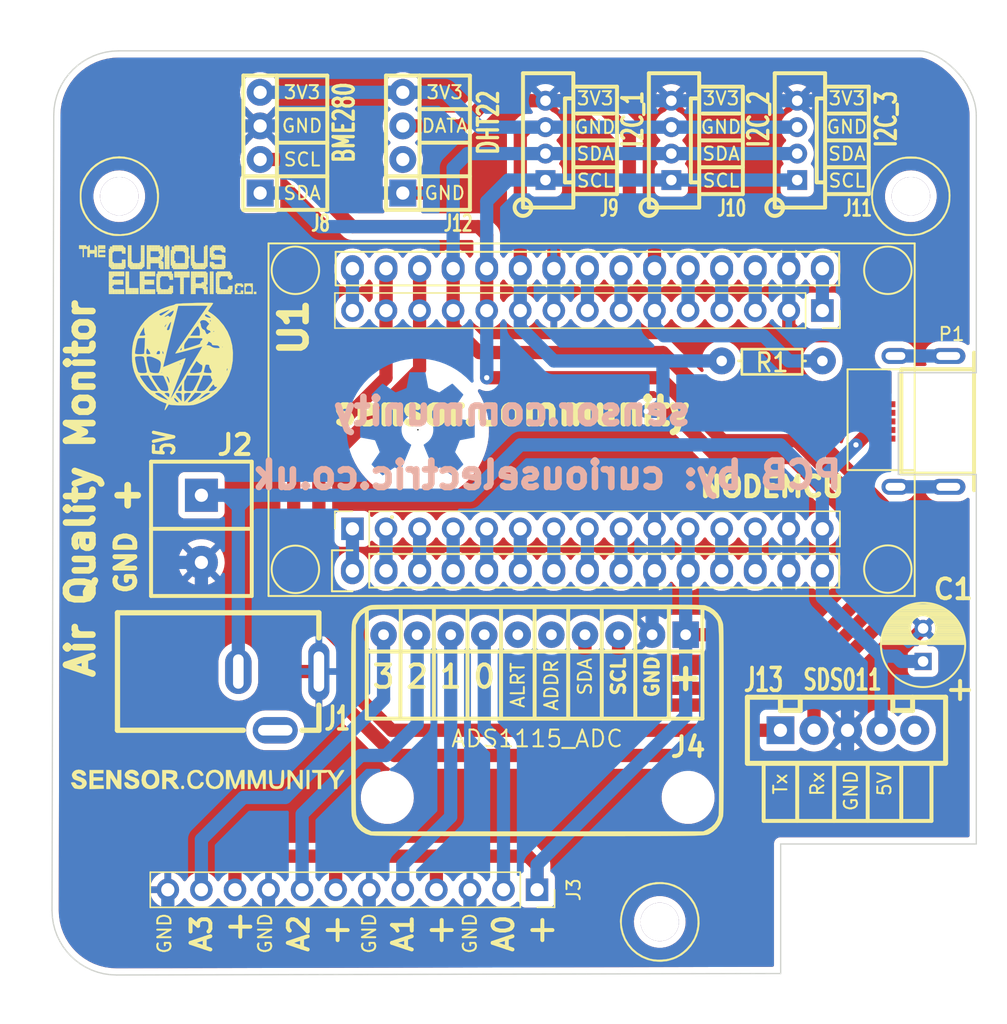
<source format=kicad_pcb>
(kicad_pcb (version 20211014) (generator pcbnew)
  (layers (0 "F.Cu" signal) (31 "B.Cu" signal) (34 "B.Paste" user) (35 "F.Paste" user) (36 "B.SilkS" user "B.Silkscreen") (37 "F.SilkS" user "F.Silkscreen") (38 "B.Mask" user) (39 "F.Mask" user) (44 "Edge.Cuts" user))
  (net 0 "")
  (net 1 "GND")
  (net 2 "+5V")
  (net 3 "/A3")
  (net 4 "/A2")
  (net 5 "/A1")
  (net 6 "/A0")
  (net 7 "/PWR_3V3")
  (net 8 "/BME280_SCL")
  (net 9 "/BME280_SDA")
  (net 10 "/ADDR")
  (net 11 "/ALRT")
  (net 12 "/DHT22")
  (net 19 "/SDS011_RxD")
  (net 20 "/SDS011_TxD")
  (net 21 "Net-(J14-Pad1)")
  (net 22 "unconnected-(P1-Pad6)")
  (net 23 "Net-(J14-Pad2)")
  (net 24 "Net-(J14-Pad3)")
  (net 25 "Net-(J14-Pad4)")
  (net 26 "Net-(J14-Pad5)")
  (net 27 "Net-(J14-Pad6)")
  (net 28 "Net-(J14-Pad7)")
  (net 29 "Net-(J14-Pad8)")
  (net 30 "Net-(J14-Pad9)")
  (net 31 "Net-(J14-Pad12)")
  (net 32 "Net-(J14-Pad13)")
  (net 33 "Net-(J15-Pad15)")
  (net 34 "Net-(J15-Pad8)")
  (net 35 "Net-(J15-Pad7)")
  (net 36 "Net-(J15-Pad5)")
  (net 37 "Net-(J15-Pad4)")
  (net 38 "Net-(J15-Pad3)")
  (net 39 "Net-(J15-Pad1)")
  (footprint "REInnovationFootprint:DC_Power_2_1" (layer "F.Cu") (at 125.73 106.68 -90)
    (fp_text reference "J1")
    (fp_text value "5V" hide)
  )
  (footprint "REInnovationFootprint:SIL-2_screw_terminal" (layer "F.Cu") (at 116.84 93.345 -90)
    (fp_text reference "J2")
    (fp_text value "5V")
  )
  (footprint "REInnovationFootprint:OSHW_logo_small_back" (layer "F.Cu") (at 133.223 88.011)
    (fp_text reference "J6" hide)
    (fp_text value "LOGO_OSW" hide)
  )
  (footprint "REInnovationFootprint:USB_Micro-B_MOLEX_47642-0001" (layer "F.Cu") (at 175.305 92.71 90)
    (fp_text reference "P1")
    (fp_text value "PWR" hide)
  )
  (footprint "REInnovationFootprint:TH_Resistor_1" (layer "F.Cu") (at 160.02 83.185 180)
    (fp_text reference "R1")
    (fp_text value "4k7" hide)
  )
  (footprint "REInnovationFootprint:NodeMCU_Amica_R2_FSILK" (layer "F.Cu") (at 128.27 99.06 90)
    (fp_text reference "U1")
    (fp_text value "NODEMCU")
  )
  (footprint "REInnovationFootprint:ADAFRUIT_ADS1115" (layer "F.Cu") (at 146.500006 101.354999 180)
    (fp_text reference "J4")
    (fp_text value "ADS1115_ADC")
  )
  (footprint "Connector_PinSocket_2.54mm:PinSocket_1x15_P2.54mm_Vertical" (layer "F.Cu") (at 128.27 95.885 90)
    (fp_text reference "J14" hide)
    (fp_text value "ESP_BO1")
  )
  (footprint "Connector_PinSocket_2.54mm:PinSocket_1x15_P2.54mm_Vertical" (layer "F.Cu") (at 163.83 79.375 -90)
    (fp_text reference "J15" hide)
    (fp_text value "ESP_BO2")
  )
  (footprint "REInnovationFootprint:SIL-4_large_pad_BME280" (layer "F.Cu") (at 121.285 66.675 90)
    (fp_text reference "J8")
    (fp_text value "BME280")
  )
  (footprint "REInnovationFootprint:SIL-4_Grove_Labelled" (layer "F.Cu") (at 144.986 66.5 90)
    (fp_text reference "J9")
    (fp_text value "I2C_1")
  )
  (footprint "REInnovationFootprint:SIL-4_Grove_Labelled" (layer "F.Cu") (at 154.511 66.5 90)
    (fp_text reference "J10")
    (fp_text value "I2C_2")
  )
  (footprint "REInnovationFootprint:SIL-4_Grove_Labelled" (layer "F.Cu") (at 164.036 66.5 90)
    (fp_text reference "J11")
    (fp_text value "I2C_3")
  )
  (footprint "REInnovationFootprint:SIL-4_large_pad_DHT22" (layer "F.Cu") (at 132.08 66.675 90)
    (fp_text reference "J12")
    (fp_text value "DHT22")
  )
  (footprint "REInnovationFootprint:SIL-5_JST_5WAY_labelled" (layer "F.Cu") (at 160.655 111.125)
    (fp_text reference "J13")
    (fp_text value "SDS011")
  )
  (footprint "CuriousElectric3:TCEC_Words_13mm" (layer "F.Cu") (at 107.315 74.168)
    (fp_text reference "J7" hide)
    (fp_text value "LOGO_TCEC" hide)
  )
  (footprint "CuriousElectric3:sensorcommunity" (layer "F.Cu") (at 116.967 115.189)
    (fp_text reference "J16" hide)
    (fp_text value "LOGO_LUFTDATEN" hide)
  )
  (footprint "REInnovationFootprint:C_Radial_D6.3_L11.2_P2.5" (layer "F.Cu") (at 171.45 105.918 90)
    (fp_text reference "C1")
    (fp_text value "100uf")
  )
  (footprint "REInnovationFootprint:PCB_LuftDaten_70x70" (layer "F.Cu") (at 136.525 93.98)
    (fp_text reference "J5" hide)
    (fp_text value "PCB" hide)
    (fp_line (start -30.755697 -30.379493) (end -30.831144 -29.902003) (layer "Edge.Cuts") (width 0.1))
    (fp_line (start 38.917065 -29.853943) (end 38.876758 -30.099406) (layer "Edge.Cuts") (width 0.1))
    (fp_line (start 38.949608 -9.903222) (end 38.949608 -29.353199) (layer "Edge.Cuts") (width 0.1))
    (fp_line (start -30.7681 32.230639) (end -30.603252 32.68074) (layer "Edge.Cuts") (width 0.1))
    (fp_line (start -27.545041 35.444395) (end -27.075819 35.563251) (layer "Edge.Cuts") (width 0.1))
    (fp_line (start 33.04971 -9.903222) (end 38.949608 -9.903222) (layer "Edge.Cuts") (width 0.1))
    (fp_line (start 37.655645 -32.469804) (end 37.329565 -32.818103) (layer "Edge.Cuts") (width 0.1))
    (fp_line (start 33.04971 -2.202918) (end 33.04971 -9.903222) (layer "Edge.Cuts") (width 0.1))
    (fp_line (start 37.960019 -32.092566) (end 37.655645 -32.469804) (layer "Edge.Cuts") (width 0.1))
    (fp_line (start 35.265608 -34.153422) (end 34.964851 -34.227836) (layer "Edge.Cuts") (width 0.1))
    (fp_line (start -30.8575 -29.411077) (end -30.988241 30.773364) (layer "Edge.Cuts") (width 0.1))
    (fp_line (start -27.995659 35.281615) (end -27.545041 35.444395) (layer "Edge.Cuts") (width 0.1))
    (fp_line (start 36.280534 -33.661463) (end 35.930167 -33.868168) (layer "Edge.Cuts") (width 0.1))
    (fp_line (start -27.857683 -33.868686) (end -28.28608 -33.66353) (layer "Edge.Cuts") (width 0.1))
    (fp_line (start -30.831144 -29.902003) (end -30.8575 -29.411077) (layer "Edge.Cuts") (width 0.1))
    (fp_line (start 38.941353 -29.60538) (end 38.917065 -29.853943) (layer "Edge.Cuts") (width 0.1))
    (fp_line (start 38.949608 -2.202918) (end 33.04971 -2.202918) (layer "Edge.Cuts") (width 0.1))
    (fp_line (start -26.088282 35.657308) (end 24.149478 35.54672) (layer "Edge.Cuts") (width 0.1))
    (fp_line (start -29.869447 33.888936) (end -29.553187 34.236202) (layer "Edge.Cuts") (width 0.1))
    (fp_line (start 34.964851 -34.227836) (end 34.694068 -34.253157) (layer "Edge.Cuts") (width 0.1))
    (fp_line (start -27.407064 -34.033017) (end -27.857683 -33.868686) (layer "Edge.Cuts") (width 0.1))
    (fp_line (start -30.633741 -30.841481) (end -30.755697 -30.379493) (layer "Edge.Cuts") (width 0.1))
    (fp_line (start -28.82765 34.832546) (end -28.424057 35.076976) (layer "Edge.Cuts") (width 0.1))
    (fp_line (start 35.589104 -34.033016) (end 35.265608 -34.153422) (layer "Edge.Cuts") (width 0.1))
    (fp_line (start 38.876758 -30.099406) (end 38.822497 -30.340735) (layer "Edge.Cuts") (width 0.1))
    (fp_line (start -30.015174 -32.107036) (end -30.261153 -31.707577) (layer "Edge.Cuts") (width 0.1))
    (fp_line (start -25.950306 -34.253158) (end -26.45105 -34.227837) (layer "Edge.Cuts") (width 0.1))
    (fp_line (start 36.98695 -33.134363) (end 36.635033 -33.415999) (layer "Edge.Cuts") (width 0.1))
    (fp_line (start 34.694068 -34.253157) (end -25.950306 -34.253158) (layer "Edge.Cuts") (width 0.1))
    (fp_line (start -30.96292 31.274625) (end -30.888506 31.7609) (layer "Edge.Cuts") (width 0.1))
    (fp_line (start 36.635033 -33.415999) (end 36.280534 -33.661463) (layer "Edge.Cuts") (width 0.1))
    (fp_line (start 35.930167 -33.868168) (end 35.589104 -34.033016) (layer "Edge.Cuts") (width 0.1))
    (fp_line (start -30.397063 33.108622) (end -30.1516 33.512214) (layer "Edge.Cuts") (width 0.1))
    (fp_line (start -26.937842 -34.153423) (end -27.407064 -34.033017) (layer "Edge.Cuts") (width 0.1))
    (fp_line (start -30.988241 30.773364) (end -30.96292 31.274625) (layer "Edge.Cuts") (width 0.1))
    (fp_line (start 37.329565 -32.818103) (end 36.98695 -33.134363) (layer "Edge.Cuts") (width 0.1))
    (fp_line (start -28.69019 -33.419101) (end -29.067428 -33.139015) (layer "Edge.Cuts") (width 0.1))
    (fp_line (start -27.075819 35.563251) (end -26.589027 35.635083) (layer "Edge.Cuts") (width 0.1))
    (fp_line (start -29.067428 -33.139015) (end -29.415727 -32.825339) (layer "Edge.Cuts") (width 0.1))
    (fp_line (start -30.261153 -31.707577) (end -30.468376 -31.284864) (layer "Edge.Cuts") (width 0.1))
    (fp_line (start -25.950306 -34.253158) (end -25.950306 -34.253158) (layer "Edge.Cuts") (width 0.1))
    (fp_line (start -30.888506 31.7609) (end -30.7681 32.230639) (layer "Edge.Cuts") (width 0.1))
    (fp_line (start -29.553187 34.236202) (end -29.204888 34.551945) (layer "Edge.Cuts") (width 0.1))
    (fp_line (start 38.822497 -30.340735) (end 38.673153 -30.809957) (layer "Edge.Cuts") (width 0.1))
    (fp_line (start 38.235453 -31.688457) (end 37.960019 -32.092566) (layer "Edge.Cuts") (width 0.1))
    (fp_line (start 24.149478 35.54672) (end 24.149478 25.746802) (layer "Edge.Cuts") (width 0.1))
    (fp_line (start -26.45105 -34.227837) (end -26.937842 -34.153423) (layer "Edge.Cuts") (width 0.1))
    (fp_line (start 38.949608 -29.353199) (end 38.941353 -29.60538) (layer "Edge.Cuts") (width 0.1))
    (fp_line (start -29.732504 -32.48014) (end -30.015174 -32.107036) (layer "Edge.Cuts") (width 0.1))
    (fp_line (start -30.468376 -31.284864) (end -30.633741 -30.841481) (layer "Edge.Cuts") (width 0.1))
    (fp_line (start 24.149478 25.746802) (end 38.949608 25.746802) (layer "Edge.Cuts") (width 0.1))
    (fp_line (start 38.673153 -30.809957) (end 38.475232 -31.260576) (layer "Edge.Cuts") (width 0.1))
    (fp_line (start 38.475232 -31.260576) (end 38.235453 -31.688457) (layer "Edge.Cuts") (width 0.1))
    (fp_line (start -29.204888 34.551945) (end -28.82765 34.832546) (layer "Edge.Cuts") (width 0.1))
    (fp_line (start -30.1516 33.512214) (end -29.869447 33.888936) (layer "Edge.Cuts") (width 0.1))
    (fp_line (start -28.424057 35.076976) (end -27.995659 35.281615) (layer "Edge.Cuts") (width 0.1))
    (fp_line (start -29.415727 -32.825339) (end -29.732504 -32.48014) (layer "Edge.Cuts") (width 0.1))
    (fp_line (start -28.28608 -33.66353) (end -28.69019 -33.419101) (layer "Edge.Cuts") (width 0.1))
    (fp_line (start 38.949608 25.746802) (end 38.949608 -2.202918) (layer "Edge.Cuts") (width 0.1))
    (fp_line (start -26.589027 35.635083) (end -26.088282 35.657308) (layer "Edge.Cuts") (width 0.1))
    (fp_line (start -30.603252 32.68074) (end -30.397063 33.108622) (layer "Edge.Cuts") (width 0.1))
  )
  (footprint "REInnovationFootprint:PinSocket_1x12_P2.54mm_Vertical_Labelled" (layer "F.Cu") (at 142.24 123.19 -90)
    (fp_text reference "J3")
    (fp_text value "ADC_IN")
  )
  (footprint "CuriousElectric3:2019_011_16_CuriousElectricCompany_Logo_Round_Logo_No_words_KiCAD_10mm_PCBLogo" (layer "B.Cu") (at 116.078 86.868 180)
    (fp_text reference "J18" hide)
    (fp_text value "LOGO_TCEC" hide)
  )
  (gr_text "sensor.community" (at 140.335 86.995) (layer "B.SilkS") (effects (font (size 2 2) (thickness 0.5)) (justify mirror)))
  (gr_text "PCB by: curiouselectric.co.uk" (at 143.002 91.821) (layer "B.SilkS") (effects (font (size 2 2) (thickness 0.5)) (justify mirror)))
  (gr_text "Air Quality Monitor" (at 107.696 92.837 90) (layer "F.SilkS") (effects (font (size 2 2) (thickness 0.5))))
  (gr_text "sensor.community" (at 140.335 86.995) (layer "F.SilkS") (effects (font (size 2 2) (thickness 0.5))))
  (segment (start 161.992919 81.28) (end 165.227 81.28) (width 1) (layer "F.Cu") (net 1))
  (segment (start 165.735 109.133) (end 165.735 111.125) (width 1) (layer "F.Cu") (net 1))
  (segment (start 116.84 102.235) (end 118.05755 103.45255) (width 1) (layer "F.Cu") (net 1))
  (segment (start 144.145 63.5) (end 142.875 63.5) (width 1) (layer "F.Cu") (net 1))
  (segment (start 134.096 70.485) (end 141.081 63.5) (width 1) (layer "F.Cu") (net 1))
  (segment (start 167.005 83.058) (end 167.005 86.36) (width 1) (layer "F.Cu") (net 1))
  (segment (start 118.05755 103.45255) (end 120.70245 103.45255) (width 1) (layer "F.Cu") (net 1))
  (segment (start 144.78 72.914) (end 144.78 64.135) (width 1) (layer "F.Cu") (net 1))
  (segment (start 123.9299 106.68) (end 120.70245 103.45255) (width 1) (layer "F.Cu") (net 1))
  (segment (start 167.105 86.46) (end 167.005 86.36) (width 0.25) (layer "F.Cu") (net 1))
  (segment (start 132.08 70.485) (end 134.096 70.485) (width 1) (layer "F.Cu") (net 1))
  (segment (start 168.805 86.46) (end 167.105 86.46) (width 0.25) (layer "F.Cu") (net 1))
  (segment (start 161.29 79.375) (end 161.29 80.577081) (width 1) (layer "F.Cu") (net 1))
  (segment (start 144.78 64.135) (end 144.145 63.5) (width 1) (layer "F.Cu") (net 1))
  (segment (start 161.29 80.577081) (end 161.992919 81.28) (width 1) (layer "F.Cu") (net 1))
  (segment (start 171.45 103.418) (end 165.735 109.133) (width 1) (layer "F.Cu") (net 1))
  (segment (start 116.84 98.425) (end 116.84 102.235) (width 1) (layer "F.Cu") (net 1))
  (segment (start 143.51 76.2) (end 143.51 74.184) (width 1) (layer "F.Cu") (net 1))
  (segment (start 125.73 106.68) (end 123.9299 106.68) (width 1) (layer "F.Cu") (net 1))
  (segment (start 165.227 81.28) (end 167.005 83.058) (width 1) (layer "F.Cu") (net 1))
  (segment (start 141.081 63.5) (end 141.81434 63.5) (width 1) (layer "F.Cu") (net 1))
  (segment (start 141.81434 63.5) (end 142.875 63.5) (width 1) (layer "F.Cu") (net 1))
  (segment (start 143.51 74.184) (end 144.78 72.914) (width 1) (layer "F.Cu") (net 1))
  (segment (start 161.29 99.06) (end 161.29 101.076) (width 1) (layer "B.Cu") (net 1))
  (segment (start 155.067 121.92) (end 161.798 115.189) (width 1) (layer "B.Cu") (net 1))
  (segment (start 127 65.405) (end 128.905 67.31) (width 1) (layer "B.Cu") (net 1))
  (segment (start 165.735 113.792) (end 165.735 111.125) (width 1) (layer "B.Cu") (net 1))
  (segment (start 161.29 74.184) (end 162.449 73.025) (width 1) (layer "B.Cu") (net 1))
  (segment (start 109.855 119.38) (end 109.855 122.555) (width 1) (layer "B.Cu") (net 1))
  (segment (start 128.905 69.326) (end 130.064 70.485) (width 1) (layer "B.Cu") (net 1))
  (segment (start 113.03 97.155) (end 114.3 98.425) (width 1) (layer "B.Cu") (net 1))
  (segment (start 137.16 126.365) (end 137.16 123.19) (width 1) (layer "B.Cu") (net 1))
  (segment (start 150.945006 99.244994) (end 151.13 99.06) (width 1) (layer "B.Cu") (net 1))
  (segment (start 165.735 71.755) (end 165.735 64.135) (width 1) (layer "B.Cu") (net 1))
  (segment (start 142.875 63.5) (end 152.4 63.5) (width 1) (layer "B.Cu") (net 1))
  (segment (start 153.035 91.44) (end 159.385 91.44) (width 1) (layer "B.Cu") (net 1))
  (segment (start 121.285 65.405) (end 119.84816 65.405) (width 1) (layer "B.Cu") (net 1))
  (segment (start 161.29 79.375) (end 161.29 76.2) (width 1) (layer "B.Cu") (net 1))
  (segment (start 165.735 64.135) (end 165.1 63.5) (width 1) (layer "B.Cu") (net 1))
  (segment (start 164.338 115.189) (end 165.735 113.792) (width 1) (layer "B.Cu") (net 1))
  (segment (start 165.735 109.56962) (end 165.735 111.125) (width 1) (layer "B.Cu") (net 1))
  (segment (start 109.855 122.555) (end 109.855 125.095) (width 1) (layer "B.Cu") (net 1))
  (segment (start 161.29 95.885) (end 161.29 99.06) (width 1) (layer "B.Cu") (net 1))
  (segment (start 151.13 95.885) (end 151.13 93.345) (width 1) (layer "B.Cu") (net 1))
  (segment (start 151.13 99.06) (end 151.13 95.885) (width 1) (layer "B.Cu") (net 1))
  (segment (start 121.285 65.405) (end 127 65.405) (width 1) (layer "B.Cu") (net 1))
  (segment (start 140.208 126.365) (end 146.05 126.365) (width 1) (layer "B.Cu") (net 1))
  (segment (start 139.065 126.365) (end 140.208 126.365) (width 1) (layer "B.Cu") (net 1))
  (segment (start 161.29 101.076) (end 165.735 105.521) (width 1) (layer "B.Cu") (net 1))
  (segment (start 121.92 126.365) (end 129.54 126.365) (width 1) (layer "B.Cu") (net 1))
  (segment (start 130.175 126.365) (end 137.16 126.365) (width 1) (layer "B.Cu") (net 1))
  (segment (start 128.905 67.31) (end 128.905 69.326) (width 1) (layer "B.Cu") (net 1))
  (segment (start 150.495 121.92) (end 155.067 121.92) (width 1) (layer "B.Cu") (net 1))
  (segment (start 161.798 115.189) (end 164.338 115.189) (width 1) (layer "B.Cu") (net 1))
  (segment (start 146.05 126.365) (end 150.495 121.92) (width 1) (layer "B.Cu") (net 1))
  (segment (start 165.735 105.521) (end 165.735 109.56962) (width 1) (layer "B.Cu") (net 1))
  (segment (start 114.3 126.365) (end 114.3 123.19) (width 1) (layer "B.Cu") (net 1))
  (segment (start 161.29 76.2) (end 161.29 74.184) (width 1) (layer "B.Cu") (net 1))
  (segment (start 137.16 126.365) (end 139.065 126.365) (width 1) (layer "B.Cu") (net 1))
  (segment (start 129.54 126.365) (end 130.175 126.365) (width 1) (layer "B.Cu") (net 1))
  (segment (start 111.125 126.365) (end 114.3 126.365) (width 1) (layer "B.Cu") (net 1))
  (segment (start 113.03 72.22316) (end 113.03 97.155) (width 1) (layer "B.Cu") (net 1))
  (segment (start 120.015 126.365) (end 121.92 126.365) (width 1) (layer "B.Cu") (net 1))
  (segment (start 150.945006 103.894999) (end 150.945006 99.244994) (width 1) (layer "B.Cu") (net 1))
  (segment (start 114.3 126.365) (end 120.015 126.365) (width 1) (layer "B.Cu") (net 1))
  (segment (start 164.465 73.025) (end 165.735 71.755) (width 1) (layer "B.Cu") (net 1))
  (segment (start 152.4 63.5) (end 161.925 63.5) (width 1) (layer "B.Cu") (net 1))
  (segment (start 151.13 93.345) (end 153.035 91.44) (width 1) (layer "B.Cu") (net 1))
  (segment (start 116.84 112.395) (end 109.855 119.38) (width 1) (layer "B.Cu") (net 1))
  (segment (start 129.54 126.365) (end 129.54 123.19) (width 1) (layer "B.Cu") (net 1))
  (segment (start 130.064 70.485) (end 132.08 70.485) (width 1) (layer "B.Cu") (net 1))
  (segment (start 161.29 93.345) (end 161.29 95.885) (width 1) (layer "B.Cu") (net 1))
  (segment (start 165.1 63.5) (end 161.925 63.5) (width 1) (layer "B.Cu") (net 1))
  (segment (start 121.92 126.365) (end 121.92 123.19) (width 1) (layer "B.Cu") (net 1))
  (segment (start 143.51 79.375) (end 143.51 76.2) (width 1) (layer "B.Cu") (net 1))
  (segment (start 109.855 125.095) (end 111.125 126.365) (width 1) (layer "B.Cu") (net 1))
  (segment (start 119.84816 65.405) (end 113.03 72.22316) (width 1) (layer "B.Cu") (net 1))
  (segment (start 162.449 73.025) (end 164.465 73.025) (width 1) (layer "B.Cu") (net 1))
  (segment (start 159.385 91.44) (end 161.29 93.345) (width 1) (layer "B.Cu") (net 1))
  (segment (start 116.84 98.425) (end 116.84 112.395) (width 1) (layer "B.Cu") (net 1))
  (segment (start 114.3 98.425) (end 116.84 98.425) (width 1) (layer "B.Cu") (net 1))
  (segment (start 167.005 88.9) (end 167.165 89.06) (width 0.25) (layer "F.Cu") (net 2))
  (segment (start 167.165 89.06) (end 168.805 89.06) (width 0.25) (layer "F.Cu") (net 2))
  (segment (start 166.37 89.535) (end 167.005 88.9) (width 1) (layer "F.Cu") (net 2))
  (via (at 166.37 89.535) (size 0.8) (drill 0.4) (layers "F.Cu" "B.Cu") (net 2))
  (segment (start 140.97 89.535) (end 160.655 89.535) (width 1) (layer "B.Cu") (net 2))
  (segment (start 119.634 94.234) (end 118.745 93.345) (width 1) (layer "B.Cu") (net 2))
  (segment (start 168.275 105.521) (end 168.275 106.934) (width 1) (layer "B.Cu") (net 2))
  (segment (start 121.285 93.345) (end 120.523 93.345) (width 1) (layer "B.Cu") (net 2))
  (segment (start 121.285 93.345) (end 137.16 93.345) (width 1) (layer "B.Cu") (net 2))
  (segment (start 119.634 106.68) (end 119.634 94.234) (width 1) (layer "B.Cu") (net 2))
  (segment (start 118.745 93.345) (end 121.285 93.345) (width 1) (layer "B.Cu") (net 2))
  (segment (start 169.403 105.521) (end 168.275 105.521) (width 1) (layer "B.Cu") (net 2))
  (segment (start 163.83 92.71) (end 163.83 95.885) (width 1) (layer "B.Cu") (net 2))
  (segment (start 116.84 93.345) (end 118.745 93.345) (width 1) (layer "B.Cu") (net 2))
  (segment (start 163.83 95.885) (end 163.83 99.06) (width 1) (layer "B.Cu") (net 2))
  (segment (start 163.83 92.075) (end 166.37 89.535) (width 1) (layer "B.Cu") (net 2))
  (segment (start 160.655 89.535) (end 163.83 92.71) (width 1) (layer "B.Cu") (net 2))
  (segment (start 168.275 109.56962) (end 168.275 111.125) (width 1) (layer "B.Cu") (net 2))
  (segment (start 168.275 106.934) (end 168.275 109.56962) (width 1) (layer "B.Cu") (net 2))
  (segment (start 163.83 101.076) (end 168.275 105.521) (width 1) (layer "B.Cu") (net 2))
  (segment (start 120.523 93.345) (end 119.634 94.234) (width 1) (layer "B.Cu") (net 2))
  (segment (start 169.8 105.918) (end 169.403 105.521) (width 1) (layer "B.Cu") (net 2))
  (segment (start 163.83 95.885) (end 163.83 92.075) (width 1) (layer "B.Cu") (net 2))
  (segment (start 137.16 93.345) (end 140.97 89.535) (width 1) (layer "B.Cu") (net 2))
  (segment (start 163.83 99.06) (end 163.83 101.076) (width 1) (layer "B.Cu") (net 2))
  (segment (start 171.45 105.918) (end 169.8 105.918) (width 1) (layer "B.Cu") (net 2))
  (segment (start 116.84 119.38) (end 120.015 116.205) (width 1) (layer "B.Cu") (net 3))
  (segment (start 123.19 116.205) (end 130.625006 108.769994) (width 1) (layer "B.Cu") (net 3))
  (segment (start 130.625006 108.769994) (end 130.625006 103.894999) (width 1) (layer "B.Cu") (net 3))
  (segment (start 116.84 123.19) (end 116.84 119.38) (width 1) (layer "B.Cu") (net 3))
  (segment (start 120.015 116.205) (end 123.19 116.205) (width 1) (layer "B.Cu") (net 3))
  (segment (start 133.165006 103.894999) (end 133.165006 110.674994) (width 1) (layer "B.Cu") (net 4))
  (segment (start 124.46 117.475) (end 128.905 113.03) (width 1) (layer "B.Cu") (net 4))
  (segment (start 133.165006 110.674994) (end 130.81 113.03) (width 1) (layer "B.Cu") (net 4))
  (segment (start 130.81 113.03) (end 128.905 113.03) (width 1) (layer "B.Cu") (net 4))
  (segment (start 124.46 123.19) (end 124.46 117.475) (width 1) (layer "B.Cu") (net 4))
  (segment (start 135.705006 117.659994) (end 135.705006 103.894999) (width 1) (layer "B.Cu") (net 5))
  (segment (start 132.08 121.285) (end 135.705006 117.659994) (width 1) (layer "B.Cu") (net 5))
  (segment (start 132.08 123.19) (end 132.08 121.285) (width 1) (layer "B.Cu") (net 5))
  (segment (start 138.245006 110.940006) (end 139.7 112.395) (width 1) (layer "B.Cu") (net 6))
  (segment (start 138.245006 103.894999) (end 138.245006 110.940006) (width 1) (layer "B.Cu") (net 6))
  (segment (start 139.7 112.395) (end 139.7 123.19) (width 1) (layer "B.Cu") (net 6))
  (segment (start 141.51 65.5) (end 142.875 65.5) (width 1) (layer "F.Cu") (net 7))
  (segment (start 153.485006 103.894999) (end 163.948001 103.894999) (width 1) (layer "F.Cu") (net 7))
  (segment (start 161.449871 90.4875) (end 155.8925 90.4875) (width 1) (layer "F.Cu") (net 7))
  (segment (start 140.97 66.04) (end 141.51 65.5) (width 1) (layer "F.Cu") (net 7))
  (segment (start 155.8925 90.4875) (end 152.4 86.995) (width 1) (layer "F.Cu") (net 7))
  (segment (start 127 120.65) (end 120.015 120.65) (width 1) (layer "F.Cu") (net 7))
  (segment (start 134.62 123.19) (end 134.62 121.987919) (width 1) (layer "F.Cu") (net 7))
  (segment (start 152.4 86.995) (end 150.495 86.995) (width 1) (layer "F.Cu") (net 7))
  (segment (start 120.015 120.65) (end 119.38 121.285) (width 1) (layer "F.Cu") (net 7))
  (segment (start 134.62 121.987919) (end 134.62 120.65) (width 1) (layer "F.Cu") (net 7))
  (segment (start 127 123.19) (end 127 120.65) (width 1) (layer "F.Cu") (net 7))
  (segment (start 134.62 120.65) (end 127 120.65) (width 1) (layer "F.Cu") (net 7))
  (segment (start 119.38 121.285) (end 119.38 123.19) (width 1) (layer "F.Cu") (net 7))
  (segment (start 166.672185 101.170815) (end 166.672185 95.709815) (width 1) (layer "F.Cu") (net 7))
  (segment (start 140.97 76.2) (end 140.97 66.04) (width 1) (layer "F.Cu") (net 7))
  (segment (start 166.672185 95.709815) (end 161.449871 90.4875) (width 1) (layer "F.Cu") (net 7))
  (segment (start 142.24 123.19) (end 142.24 121.34) (width 1) (layer "F.Cu") (net 7))
  (segment (start 142.24 121.34) (end 141.55 120.65) (width 1) (layer "F.Cu") (net 7))
  (segment (start 163.948001 103.894999) (end 166.672185 101.170815) (width 1) (layer "F.Cu") (net 7))
  (segment (start 141.55 120.65) (end 134.62 120.65) (width 1) (layer "F.Cu") (net 7))
  (via (at 150.495 86.995) (size 0.8) (drill 0.4) (layers "F.Cu" "B.Cu") (net 7))
  (segment (start 132.08 62.865) (end 135.255 62.865) (width 1) (layer "B.Cu") (net 7))
  (segment (start 156.21 83.185) (end 151.765 83.185) (width 1) (layer "B.Cu") (net 7))
  (segment (start 152.4 65.5) (end 161.925 65.5) (width 1) (layer "B.Cu") (net 7))
  (segment (start 151.765 83.185) (end 151.765 86.36) (width 1) (layer "B.Cu") (net 7))
  (segment (start 137.89 65.5) (end 142.875 65.5) (width 1) (layer "B.Cu") (net 7))
  (segment (start 143.51 83.185) (end 140.97 80.645) (width 1) (layer "B.Cu") (net 7))
  (segment (start 153.485006 110.039994) (end 153.485006 103.894999) (width 1) (layer "B.Cu") (net 7))
  (segment (start 121.285 62.865) (end 132.08 62.865) (width 1) (layer "B.Cu") (net 7))
  (segment (start 140.97 80.645) (end 140.97 79.375) (width 1) (layer "B.Cu") (net 7))
  (segment (start 135.255 62.865) (end 137.89 65.5) (width 1) (layer "B.Cu") (net 7))
  (segment (start 151.13 86.995) (end 150.495 86.995) (width 1) (layer "B.Cu") (net 7))
  (segment (start 140.97 79.375) (end 140.97 76.2) (width 1) (layer "B.Cu") (net 7))
  (segment (start 153.67 99.06) (end 153.67 95.885) (width 1) (layer "B.Cu") (net 7))
  (segment (start 151.765 86.36) (end 151.13 86.995) (width 1) (layer "B.Cu") (net 7))
  (segment (start 153.485006 99.244994) (end 153.67 99.06) (width 1) (layer "B.Cu") (net 7))
  (segment (start 153.485006 103.894999) (end 153.485006 99.244994) (width 1) (layer "B.Cu") (net 7))
  (segment (start 151.765 83.185) (end 143.51 83.185) (width 1) (layer "B.Cu") (net 7))
  (segment (start 142.24 123.19) (end 142.24 121.285) (width 1) (layer "B.Cu") (net 7))
  (segment (start 142.875 65.5) (end 152.4 65.5) (width 1) (layer "B.Cu") (net 7))
  (segment (start 142.24 121.285) (end 153.485006 110.039994) (width 1) (layer "B.Cu") (net 7))
  (segment (start 138.43 76.2) (end 138.43 79.375) (width 1) (layer "F.Cu") (net 8))
  (segment (start 123.19 67.945) (end 128.27 73.025) (width 1) (layer "F.Cu") (net 8))
  (segment (start 148.405006 103.894999) (end 148.405006 105.308491) (width 1) (layer "F.Cu") (net 8))
  (segment (start 168.155721 95.496279) (end 161.876939 89.2175) (width 1) (layer "F.Cu") (net 8))
  (segment (start 161.876939 89.2175) (end 156.31957 89.2175) (width 1) (layer "F.Cu") (net 8))
  (segment (start 156.31957 89.2175) (end 151.55707 84.455) (width 1) (layer "F.Cu") (net 8))
  (segment (start 151.046515 107.95) (end 155.78293 107.95) (width 1) (layer "F.Cu") (net 8))
  (segment (start 158.32293 105.41) (end 164.13007 105.41) (width 1) (layer "F.Cu") (net 8))
  (segment (start 164.13007 105.41) (end 168.155721 101.384349) (width 1) (layer "F.Cu") (net 8))
  (segment (start 155.78293 107.95) (end 158.32293 105.41) (width 1) (layer "F.Cu") (net 8))
  (segment (start 168.155721 101.384349) (end 168.155721 95.496279) (width 1) (layer "F.Cu") (net 8))
  (segment (start 151.55707 84.455) (end 138.43 84.455) (width 1) (layer "F.Cu") (net 8))
  (segment (start 128.27 73.025) (end 137.795 73.025) (width 1) (layer "F.Cu") (net 8))
  (segment (start 138.43 73.66) (end 138.43 76.2) (width 1) (layer "F.Cu") (net 8))
  (segment (start 137.795 73.025) (end 138.43 73.66) (width 1) (layer "F.Cu") (net 8))
  (segment (start 148.405006 105.308491) (end 151.046515 107.95) (width 1) (layer "F.Cu") (net 8))
  (segment (start 121.285 67.945) (end 123.19 67.945) (width 1) (layer "F.Cu") (net 8))
  (via (at 138.43 84.455) (size 0.8) (drill 0.4) (layers "F.Cu" "B.Cu") (net 8))
  (segment (start 138.43 76.2) (end 138.43 71.12) (width 1) (layer "B.Cu") (net 8))
  (segment (start 140.05 69.5) (end 142.875 69.5) (width 1) (layer "B.Cu") (net 8))
  (segment (start 138.43 84.455) (end 138.43 82.72) (width 1) (layer "B.Cu") (net 8))
  (segment (start 142.875 69.5) (end 152.4 69.5) (width 1) (layer "B.Cu") (net 8))
  (segment (start 152.4 69.5) (end 161.925 69.5) (width 1) (layer "B.Cu") (net 8))
  (segment (start 138.43 71.12) (end 140.05 69.5) (width 1) (layer "B.Cu") (net 8))
  (segment (start 138.43 79.375) (end 138.43 84.455) (width 1) (layer "B.Cu") (net 8))
  (segment (start 137.862919 82.55) (end 135.89 80.577081) (width 1) (layer "F.Cu") (net 9))
  (segment (start 145.865006 105.308491) (end 149.776515 109.22) (width 1) (layer "F.Cu") (net 9))
  (segment (start 151.765 82.55) (end 137.862919 82.55) (width 1) (layer "F.Cu") (net 9))
  (segment (start 145.865006 103.894999) (end 145.865006 105.308491) (width 1) (layer "F.Cu") (net 9))
  (segment (start 156.21 109.22) (end 158.75 106.68) (width 1) (layer "F.Cu") (net 9))
  (segment (start 161.986509 87.63) (end 156.845 87.63) (width 1) (layer "F.Cu") (net 9))
  (segment (start 158.75 106.68) (end 164.55714 106.68) (width 1) (layer "F.Cu") (net 9))
  (segment (start 164.55714 106.68) (end 169.385255 101.851885) (width 1) (layer "F.Cu") (net 9))
  (segment (start 156.845 87.63) (end 151.765 82.55) (width 1) (layer "F.Cu") (net 9))
  (segment (start 135.89 80.577081) (end 135.89 79.375) (width 1) (layer "F.Cu") (net 9))
  (segment (start 169.385255 101.851885) (end 169.385255 95.028745) (width 1) (layer "F.Cu") (net 9))
  (segment (start 169.385255 95.028745) (end 161.986509 87.63) (width 1) (layer "F.Cu") (net 9))
  (segment (start 149.776515 109.22) (end 156.21 109.22) (width 1) (layer "F.Cu") (net 9))
  (segment (start 135.89 76.2) (end 135.89 79.375) (width 1) (layer "F.Cu") (net 9))
  (segment (start 135.89 68.58) (end 136.97 67.5) (width 1) (layer "B.Cu") (net 9))
  (segment (start 123.301 70.485) (end 125.841 73.025) (width 1) (layer "B.Cu") (net 9))
  (segment (start 142.875 67.5) (end 152.4 67.5) (width 1) (layer "B.Cu") (net 9))
  (segment (start 135.89 76.2) (end 135.89 73.025) (width 1) (layer "B.Cu") (net 9))
  (segment (start 125.841 73.025) (end 135.89 73.025) (width 1) (layer "B.Cu") (net 9))
  (segment (start 135.89 73.025) (end 135.89 68.58) (width 1) (layer "B.Cu") (net 9))
  (segment (start 121.285 70.485) (end 123.301 70.485) (width 1) (layer "B.Cu") (net 9))
  (segment (start 152.4 67.5) (end 161.925 67.5) (width 1) (layer "B.Cu") (net 9))
  (segment (start 136.97 67.5) (end 142.875 67.5) (width 1) (layer "B.Cu") (net 9))
  (segment (start 151.13 73.66) (end 151.13 76.2) (width 1) (layer "F.Cu") (net 12))
  (segment (start 140.335 61.595) (end 144.78 61.595) (width 1) (layer "F.Cu") (net 12))
  (segment (start 132.08 65.405) (end 136.525 65.405) (width 1) (layer "F.Cu") (net 12))
  (segment (start 144.78 61.595) (end 149.225 66.04) (width 1) (layer "F.Cu") (net 12))
  (segment (start 149.225 71.755) (end 151.13 73.66) (width 1) (layer "F.Cu") (net 12))
  (segment (start 136.525 65.405) (end 140.335 61.595) (width 1) (layer "F.Cu") (net 12))
  (segment (start 149.225 66.04) (end 149.225 71.755) (width 1) (layer "F.Cu") (net 12))
  (segment (start 151.832919 81.28) (end 159.385 81.28) (width 1) (layer "B.Cu") (net 12))
  (segment (start 161.29 83.185) (end 163.83 83.185) (width 1) (layer "B.Cu") (net 12))
  (segment (start 151.13 79.375) (end 151.13 80.577081) (width 1) (layer "B.Cu") (net 12))
  (segment (start 151.13 79.375) (end 151.13 76.2) (width 1) (layer "B.Cu") (net 12))
  (segment (start 151.13 80.577081) (end 151.832919 81.28) (width 1) (layer "B.Cu") (net 12))
  (segment (start 159.385 81.28) (end 161.29 83.185) (width 1) (layer "B.Cu") (net 12))
  (segment (start 125.73 91.44) (end 125.73 92.71) (width 1) (layer "F.Cu") (net 19))
  (segment (start 125.73 100.33) (end 128.925515 103.525515) (width 1) (layer "F.Cu") (net 19))
  (segment (start 128.925515 103.525515) (end 128.925515 108.813445) (width 1) (layer "F.Cu") (net 19))
  (segment (start 133.35 83.82) (end 125.73 91.44) (width 1) (layer "F.Cu") (net 19))
  (segment (start 163.195 109.22) (end 163.195 111.125) (width 1) (layer "F.Cu") (net 19))
  (segment (start 131.23707 111.125) (end 156.21 111.125) (width 1) (layer "F.Cu") (net 19))
  (segment (start 156.21 111.125) (end 158.75 108.585) (width 1) (layer "F.Cu") (net 19))
  (segment (start 128.925515 108.813445) (end 131.23707 111.125) (width 1) (layer "F.Cu") (net 19))
  (segment (start 125.73 92.71) (end 125.73 100.33) (width 1) (layer "F.Cu") (net 19))
  (segment (start 133.35 76.2) (end 133.35 78.74) (width 1) (layer "F.Cu") (net 19))
  (segment (start 133.35 79.375) (end 133.35 83.82) (width 1) (layer "F.Cu") (net 19))
  (segment (start 158.75 108.585) (end 162.56 108.585) (width 1) (layer "F.Cu") (net 19))
  (segment (start 133.35 76.2) (end 133.35 79.375) (width 1) (layer "F.Cu") (net 19))
  (segment (start 162.56 108.585) (end 163.195 109.22) (width 1) (layer "F.Cu") (net 19))
  (segment (start 123.825 92.71) (end 123.825 102.235) (width 1) (layer "F.Cu") (net 20))
  (segment (start 123.825 91.44) (end 123.825 92.71) (width 1) (layer "F.Cu") (net 20))
  (segment (start 130.81 79.375) (end 130.81 84.455) (width 1) (layer "F.Cu") (net 20))
  (segment (start 130.81 84.455) (end 123.825 91.44) (width 1) (layer "F.Cu") (net 20))
  (segment (start 127.635 104.775) (end 127.635 109.22) (width 1) (layer "F.Cu") (net 20))
  (segment (start 123.825 102.235) (end 125.095 103.505) (width 1) (layer "F.Cu") (net 20))
  (segment (start 131.445 113.03) (end 156.69971 113.03) (width 1) (layer "F.Cu") (net 20))
  (segment (start 127.635 109.22) (end 131.445 113.03) (width 1) (layer "F.Cu") (net 20))
  (segment (start 130.81 76.2) (end 130.81 78.74) (width 1) (layer "F.Cu") (net 20))
  (segment (start 126.365 103.505) (end 127.635 104.775) (width 1) (layer "F.Cu") (net 20))
  (segment (start 156.69971 113.03) (end 158.60471 111.125) (width 1) (layer "F.Cu") (net 20))
  (segment (start 158.60471 111.125) (end 160.655 111.125) (width 1) (layer "F.Cu") (net 20))
  (segment (start 125.095 103.505) (end 126.365 103.505) (width 1) (layer "F.Cu") (net 20))
  (segment (start 130.81 76.2) (end 130.81 79.375) (width 1) (layer "F.Cu") (net 20))
  (segment (start 128.27 99.06) (end 128.27 95.885) (width 1) (layer "B.Cu") (net 21))
  (segment (start 169.355 82.81) (end 173.355 82.81) (width 1) (layer "B.Cu") (net 22))
  (segment (start 169.355 92.71) (end 173.355 92.71) (width 1) (layer "B.Cu") (net 22))
  (segment (start 130.81 99.06) (end 130.81 95.885) (width 1) (layer "B.Cu") (net 23))
  (segment (start 133.35 99.06) (end 133.35 95.885) (width 1) (layer "B.Cu") (net 24))
  (segment (start 135.89 99.06) (end 135.89 95.885) (width 1) (layer "B.Cu") (net 25))
  (segment (start 138.43 99.06) (end 138.43 95.885) (width 1) (layer "B.Cu") (net 26))
  (segment (start 140.97 99.06) (end 140.97 95.885) (width 1) (layer "B.Cu") (net 27))
  (segment (start 143.51 99.06) (end 143.51 95.885) (width 1) (layer "B.Cu") (net 28))
  (segment (start 146.05 99.06) (end 146.05 95.885) (width 1) (layer "B.Cu") (net 29))
  (segment (start 148.59 99.06) (end 148.59 95.885) (width 1) (layer "B.Cu") (net 30))
  (segment (start 156.21 99.06) (end 156.21 95.885) (width 1) (layer "B.Cu") (net 31))
  (segment (start 158.75 99.06) (end 158.75 95.885) (width 1) (layer "B.Cu") (net 32))
  (segment (start 128.27 76.2) (end 128.27 79.375) (width 1) (layer "B.Cu") (net 33))
  (segment (start 146.05 79.375) (end 146.05 76.2) (width 1) (layer "B.Cu") (net 34))
  (segment (start 148.59 79.375) (end 148.59 76.2) (width 1) (layer "B.Cu") (net 35))
  (segment (start 153.67 79.375) (end 153.67 76.2) (width 1) (layer "B.Cu") (net 36))
  (segment (start 156.21 79.375) (end 156.21 76.2) (width 1) (layer "B.Cu") (net 37))
  (segment (start 158.75 79.375) (end 158.75 76.2) (width 1) (layer "B.Cu") (net 38))
  (segment (start 163.83 79.375) (end 163.83 76.2) (width 1) (layer "B.Cu") (net 39))
  (zone (net 1) (net_name "GND") (layer "F.Cu") (connect_pads (clearance 0.508)) (min_thickness 0.254) (fill yes (thermal_gap 0.508) (thermal_bridge_width 0.508))
    (polygon (pts (xy 101.6 55.88) (xy 177.8 55.88) (xy 177.8 133.35) (xy 101.6 133.35)))
  )
  (zone (net 1) (net_name "GND") (layer "B.Cu") (connect_pads (clearance 0.508)) (min_thickness 0.254) (fill yes (thermal_gap 0.508) (thermal_bridge_width 0.508))
    (polygon (pts (xy 102.87 58.42) (xy 176.53 58.42) (xy 176.53 132.08) (xy 102.87 132.08)))
  )
)
</source>
